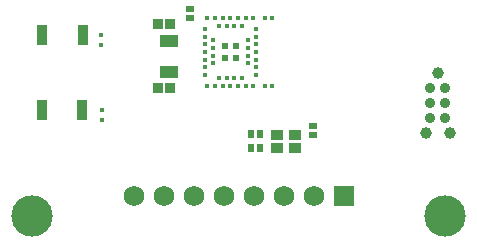
<source format=gts>
G04*
G04 #@! TF.GenerationSoftware,Altium Limited,Altium Designer,21.6.4 (81)*
G04*
G04 Layer_Color=8388736*
%FSLAX44Y44*%
%MOMM*%
G71*
G04*
G04 #@! TF.SameCoordinates,816F8A91-06EC-47E4-87ED-5788FB9A99D2*
G04*
G04*
G04 #@! TF.FilePolarity,Negative*
G04*
G01*
G75*
%ADD24R,0.4500X0.4500*%
%ADD25R,0.5200X0.5200*%
%ADD26C,0.8900*%
%ADD27R,0.6500X0.6200*%
%ADD28R,0.8200X0.8200*%
%ADD29R,0.4500X0.4600*%
%ADD30R,0.6200X0.6500*%
%ADD31R,0.9000X1.8000*%
%ADD32R,1.6500X1.1000*%
%ADD33R,1.1000X0.9000*%
%ADD34C,1.0000*%
%ADD35C,1.7500*%
%ADD36R,1.7500X1.7500*%
%ADD37C,3.5000*%
D24*
X228400Y191900D02*
D03*
X221900D02*
D03*
X212480D02*
D03*
X205980D02*
D03*
X199480D02*
D03*
X192980D02*
D03*
X186480D02*
D03*
X179980D02*
D03*
X173480D02*
D03*
X202730Y185400D02*
D03*
X196230D02*
D03*
X189730D02*
D03*
X183230D02*
D03*
X171600Y183000D02*
D03*
Y176500D02*
D03*
Y163500D02*
D03*
Y157000D02*
D03*
Y144000D02*
D03*
X178100Y173250D02*
D03*
Y160250D02*
D03*
Y153750D02*
D03*
X173480Y135100D02*
D03*
X179980D02*
D03*
X186480D02*
D03*
X192980D02*
D03*
X199480D02*
D03*
X205980D02*
D03*
X212480D02*
D03*
X221900D02*
D03*
X228400D02*
D03*
X183230Y141600D02*
D03*
X189730D02*
D03*
X196230D02*
D03*
X202730D02*
D03*
X214350Y144000D02*
D03*
Y150500D02*
D03*
Y157000D02*
D03*
Y163500D02*
D03*
Y170000D02*
D03*
Y176500D02*
D03*
Y183000D02*
D03*
X207850Y160250D02*
D03*
Y173250D02*
D03*
X171600Y170000D02*
D03*
Y150500D02*
D03*
X178100Y166750D02*
D03*
X207850Y153750D02*
D03*
Y166750D02*
D03*
D25*
X197480Y168700D02*
D03*
X188480D02*
D03*
Y158300D02*
D03*
X197480D02*
D03*
D26*
X375000Y107250D02*
D03*
X362300D02*
D03*
X375000Y119950D02*
D03*
X362300D02*
D03*
X375000Y132650D02*
D03*
X362300D02*
D03*
D27*
X159000Y200000D02*
D03*
Y192000D02*
D03*
X263000Y93000D02*
D03*
Y101000D02*
D03*
D28*
X131650Y132850D02*
D03*
X141850D02*
D03*
Y186850D02*
D03*
X131650D02*
D03*
D29*
X83000Y177950D02*
D03*
Y169550D02*
D03*
X84250Y105550D02*
D03*
Y113950D02*
D03*
D30*
X210000Y82000D02*
D03*
X218000D02*
D03*
Y94000D02*
D03*
X210000D02*
D03*
D31*
X33750Y178000D02*
D03*
X67750D02*
D03*
X67250Y114000D02*
D03*
X33250D02*
D03*
D32*
X141250Y172850D02*
D03*
Y146850D02*
D03*
D33*
X247500Y82500D02*
D03*
X232500D02*
D03*
Y93500D02*
D03*
X247500D02*
D03*
D34*
X358490Y94550D02*
D03*
X378810D02*
D03*
X368650Y145350D02*
D03*
D35*
X161900Y41700D02*
D03*
X187300D02*
D03*
X212700D02*
D03*
X263500D02*
D03*
X238100D02*
D03*
X136500D02*
D03*
X111100D02*
D03*
D36*
X288900D02*
D03*
D37*
X375000Y25000D02*
D03*
X25000D02*
D03*
M02*

</source>
